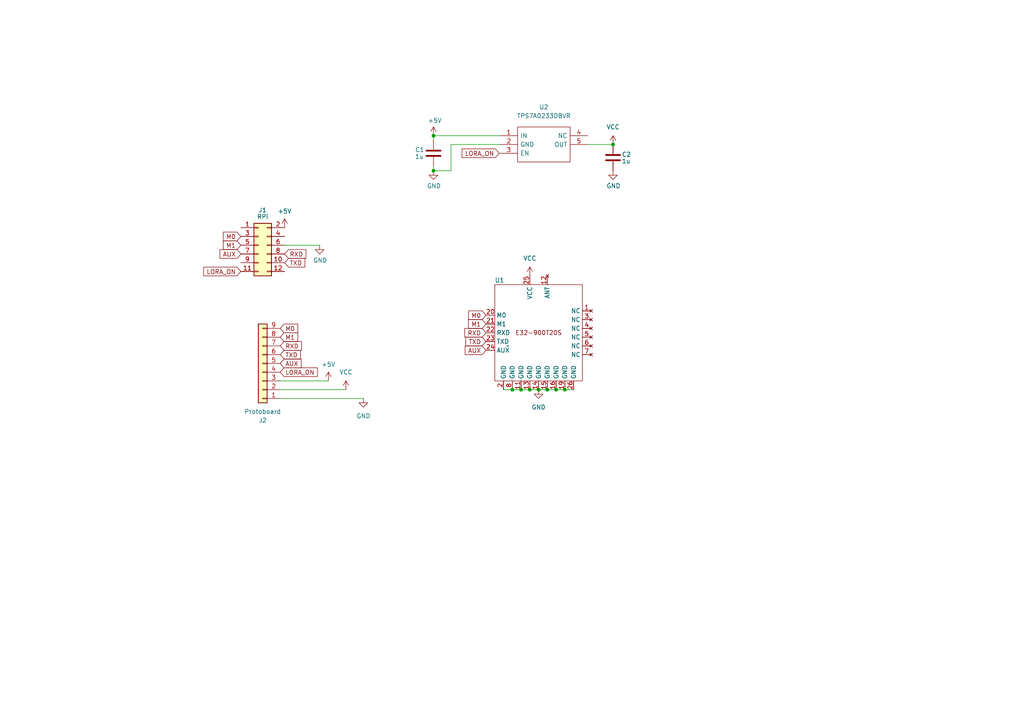
<source format=kicad_sch>
(kicad_sch (version 20230121) (generator eeschema)
  (paper "A4")
  (title_block (title "E32-900T20S Shield"))
  (lib_symbols
    (symbol "Connector_Generic:Conn_01x09" (pin_names (offset 1.016) hide)
      (property "Reference" "J" (at 0 12.7 0))
      (property "Value" "Conn_01x09" (at 0 -12.7 0))
      (symbol "Conn_01x09_1_1"
        (rectangle (start -1.27 -10.033) (end 0 -10.287) (stroke (width 0.1524)))
        (rectangle (start -1.27 -7.493) (end 0 -7.747) (stroke (width 0.1524)))
        (rectangle (start -1.27 -4.953) (end 0 -5.207) (stroke (width 0.1524)))
        (rectangle (start -1.27 -2.413) (end 0 -2.667) (stroke (width 0.1524)))
        (rectangle (start -1.27 0.127) (end 0 -0.127) (stroke (width 0.1524)))
        (rectangle (start -1.27 2.667) (end 0 2.413) (stroke (width 0.1524)))
        (rectangle (start -1.27 5.207) (end 0 4.953) (stroke (width 0.1524)))
        (rectangle (start -1.27 7.747) (end 0 7.493) (stroke (width 0.1524)))
        (rectangle (start -1.27 10.287) (end 0 10.033) (stroke (width 0.1524)))
        (rectangle (start -1.27 11.43) (end 1.27 -11.43) (stroke (width 0.254)) (fill (type background)))
        (pin passive line (at -5.08 10.16 0) (length 3.81) (name "Pin_1") (number "1"))
        (pin passive line (at -5.08 7.62 0) (length 3.81) (name "Pin_2") (number "2"))
        (pin passive line (at -5.08 5.08 0) (length 3.81) (name "Pin_3") (number "3"))
        (pin passive line (at -5.08 2.54 0) (length 3.81) (name "Pin_4") (number "4"))
        (pin passive line (at -5.08 0 0) (length 3.81) (name "Pin_5") (number "5"))
        (pin passive line (at -5.08 -2.54 0) (length 3.81) (name "Pin_6") (number "6"))
        (pin passive line (at -5.08 -5.08 0) (length 3.81) (name "Pin_7") (number "7"))
        (pin passive line (at -5.08 -7.62 0) (length 3.81) (name "Pin_8") (number "8"))
        (pin passive line (at -5.08 -10.16 0) (length 3.81) (name "Pin_9") (number "9"))
      )
    )
    (symbol "Connector_Generic:Conn_02x06_Odd_Even" (pin_names (offset 1.016) hide)
      (property "Reference" "J" (at 1.27 7.62 0))
      (property "Value" "Conn_02x06_Odd_Even" (at 1.27 -10.16 0))
      (symbol "Conn_02x06_Odd_Even_1_1"
        (rectangle (start -1.27 -7.493) (end 0 -7.747) (stroke (width 0.1524)))
        (rectangle (start -1.27 -4.953) (end 0 -5.207) (stroke (width 0.1524)))
        (rectangle (start -1.27 -2.413) (end 0 -2.667) (stroke (width 0.1524)))
        (rectangle (start -1.27 0.127) (end 0 -0.127) (stroke (width 0.1524)))
        (rectangle (start -1.27 2.667) (end 0 2.413) (stroke (width 0.1524)))
        (rectangle (start -1.27 5.207) (end 0 4.953) (stroke (width 0.1524)))
        (rectangle (start -1.27 6.35) (end 3.81 -8.89) (stroke (width 0.254)) (fill (type background)))
        (rectangle (start 3.81 -7.493) (end 2.54 -7.747) (stroke (width 0.1524)))
        (rectangle (start 3.81 -4.953) (end 2.54 -5.207) (stroke (width 0.1524)))
        (rectangle (start 3.81 -2.413) (end 2.54 -2.667) (stroke (width 0.1524)))
        (rectangle (start 3.81 0.127) (end 2.54 -0.127) (stroke (width 0.1524)))
        (rectangle (start 3.81 2.667) (end 2.54 2.413) (stroke (width 0.1524)))
        (rectangle (start 3.81 5.207) (end 2.54 4.953) (stroke (width 0.1524)))
        (pin passive line (at -5.08 5.08 0) (length 3.81) (name "Pin_1") (number "1"))
        (pin passive line (at 7.62 -5.08 180) (length 3.81) (name "Pin_10") (number "10"))
        (pin passive line (at -5.08 -7.62 0) (length 3.81) (name "Pin_11") (number "11"))
        (pin passive line (at 7.62 -7.62 180) (length 3.81) (name "Pin_12") (number "12"))
        (pin passive line (at 7.62 5.08 180) (length 3.81) (name "Pin_2") (number "2"))
        (pin passive line (at -5.08 2.54 0) (length 3.81) (name "Pin_3") (number "3"))
        (pin passive line (at 7.62 2.54 180) (length 3.81) (name "Pin_4") (number "4"))
        (pin passive line (at -5.08 0 0) (length 3.81) (name "Pin_5") (number "5"))
        (pin passive line (at 7.62 0 180) (length 3.81) (name "Pin_6") (number "6"))
        (pin passive line (at -5.08 -2.54 0) (length 3.81) (name "Pin_7") (number "7"))
        (pin passive line (at 7.62 -2.54 180) (length 3.81) (name "Pin_8") (number "8"))
        (pin passive line (at -5.08 -5.08 0) (length 3.81) (name "Pin_9") (number "9"))
      )
    )
    (symbol "Device:C" (pin_numbers hide) (pin_names (offset 0.254))
      (property "Reference" "C" (at 0.635 2.54 0))
      (property "Value" "C" (at 0.635 -2.54 0))
      (symbol "C_0_1"
        (polyline (pts (xy -2.032 -0.762) (xy 2.032 -0.762)) (stroke (width 0.508)))
        (polyline (pts (xy -2.032 0.762) (xy 2.032 0.762)) (stroke (width 0.508)))
      )
      (symbol "C_1_1"
        (pin passive line (at 0 3.81 270) (length 2.794) (name "~") (number "1"))
        (pin passive line (at 0 -3.81 90) (length 2.794) (name "~") (number "2"))
      )
    )
    (symbol "IoT_Modules:E32-900T20S"
      (property "Reference" "U" (at 1.27 1.27 0))
      (symbol "E32-900T20S_0_1"
        (rectangle (start 0 0) (end 25.4 -27.94))
      )
      (symbol "E32-900T20S_1_1"
        (text "E32-900T20S" (at 12.7 -13.97 0) (effects (font (size 1.27 1.27))))
        (pin no_connect line (at 27.94 -7.62 180) (length 2.54) (name "NC") (number "1"))
        (pin power_in line (at 7.62 -30.48 90) (length 2.54) (name "GND") (number "11"))
        (pin no_connect line (at 15.24 2.54 270) (length 2.54) (name "ANT") (number "12"))
        (pin power_in line (at 10.16 -30.48 90) (length 2.54) (name "GND") (number "13"))
        (pin power_in line (at 12.7 -30.48 90) (length 2.54) (name "GND") (number "14"))
        (pin power_in line (at 15.24 -30.48 90) (length 2.54) (name "GND") (number "15"))
        (pin power_in line (at 17.78 -30.48 90) (length 2.54) (name "GND") (number "16"))
        (pin power_in line (at 20.32 -30.48 90) (length 2.54) (name "GND") (number "19"))
        (pin power_in line (at 2.54 -30.48 90) (length 2.54) (name "GND") (number "2"))
        (pin input line (at -2.54 -8.89 0) (length 2.54) (name "M0") (number "20"))
        (pin input line (at -2.54 -11.43 0) (length 2.54) (name "M1") (number "21"))
        (pin input line (at -2.54 -13.97 0) (length 2.54) (name "RXD") (number "22"))
        (pin output line (at -2.54 -16.51 0) (length 2.54) (name "TXD") (number "23"))
        (pin output line (at -2.54 -19.05 0) (length 2.54) (name "AUX") (number "24"))
        (pin power_in line (at 10.16 2.54 270) (length 2.54) (name "VCC") (number "25"))
        (pin power_in line (at 22.86 -30.48 90) (length 2.54) (name "GND") (number "26"))
        (pin no_connect line (at 27.94 -10.16 180) (length 2.54) (name "NC") (number "3"))
        (pin no_connect line (at 27.94 -12.7 180) (length 2.54) (name "NC") (number "4"))
        (pin no_connect line (at 27.94 -15.24 180) (length 2.54) (name "NC") (number "5"))
        (pin no_connect line (at 27.94 -17.78 180) (length 2.54) (name "NC") (number "6"))
        (pin no_connect line (at 27.94 -20.32 180) (length 2.54) (name "NC") (number "7"))
        (pin power_in line (at 5.08 -30.48 90) (length 2.54) (name "GND") (number "8"))
      )
    )
    (symbol "SamacSys_Parts:TPS7A0228PDBVR" (pin_names (offset 0.762))
      (property "Reference" "IC?" (at 12.7 8.3058 0))
      (property "Value" "TPS7A0228PDBVR" (at 12.7 5.7658 0))
      (symbol "TPS7A0228PDBVR_0_0"
        (pin passive line (at 0 0 0) (length 5.08) (name "IN") (number "1"))
        (pin passive line (at 0 -2.54 0) (length 5.08) (name "GND") (number "2"))
        (pin passive line (at 0 -5.08 0) (length 5.08) (name "EN") (number "3"))
        (pin passive line (at 25.4 0 180) (length 5.08) (name "NC") (number "4"))
        (pin passive line (at 25.4 -2.54 180) (length 5.08) (name "OUT") (number "5"))
      )
      (symbol "TPS7A0228PDBVR_0_1"
        (polyline (pts (xy 5.08 2.54) (xy 20.32 2.54) (xy 20.32 -7.62) (xy 5.08 -7.62) (xy 5.08 2.54)) (stroke (width 0.1524)))
      )
    )
    (symbol "power:+5V" (power) (pin_names (offset 0))
      (property "Value" "+5V" (at 0 3.556 0))
      (symbol "+5V_0_1"
        (polyline (pts (xy -0.762 1.27) (xy 0 2.54)))
        (polyline (pts (xy 0 0) (xy 0 2.54)))
        (polyline (pts (xy 0 2.54) (xy 0.762 1.27)))
      )
      (symbol "+5V_1_1"
        (pin power_in line (at 0 0 90) (length 0) hide (name "+5V") (number "1"))
      )
    )
    (symbol "power:GND" (power) (pin_names (offset 0))
      (property "Value" "GND" (at 0 -3.81 0))
      (symbol "GND_0_1"
        (polyline (pts (xy 0 0) (xy 0 -1.27) (xy 1.27 -1.27) (xy 0 -2.54) (xy -1.27 -1.27) (xy 0 -1.27)))
      )
      (symbol "GND_1_1"
        (pin power_in line (at 0 0 270) (length 0) hide (name "GND") (number "1"))
      )
    )
    (symbol "power:VCC" (power) (pin_names (offset 0))
      (property "Value" "VCC" (at 0 3.81 0))
      (symbol "VCC_0_1"
        (polyline (pts (xy -0.762 1.27) (xy 0 2.54)))
        (polyline (pts (xy 0 0) (xy 0 2.54)))
        (polyline (pts (xy 0 2.54) (xy 0.762 1.27)))
      )
      (symbol "VCC_1_1"
        (pin power_in line (at 0 0 90) (length 0) hide (name "VCC") (number "1"))
      )
    )
  )
  (junction (at 161.29 113.03))
  (junction (at 148.59 113.03))
  (junction (at 125.73 39.37))
  (junction (at 177.8 41.91))
  (junction (at 156.21 113.03))
  (junction (at 153.67 113.03))
  (junction (at 163.83 113.03))
  (junction (at 125.73 49.53))
  (junction (at 151.13 113.03))
  (junction (at 158.75 113.03))
  (wire (pts (xy 125.73 39.37) (xy 145.034 39.37)))
  (wire (pts (xy 125.73 49.53) (xy 130.81 49.53)))
  (wire (pts (xy 81.28 113.03) (xy 100.33 113.03)))
  (wire (pts (xy 148.59 113.03) (xy 151.13 113.03)))
  (wire (pts (xy 125.73 39.37) (xy 125.73 40.64)))
  (wire (pts (xy 146.05 113.03) (xy 148.59 113.03)))
  (wire (pts (xy 163.83 113.03) (xy 166.37 113.03)))
  (wire (pts (xy 81.28 115.57) (xy 105.41 115.57)))
  (wire (pts (xy 82.55 71.12) (xy 92.71 71.12)))
  (wire (pts (xy 156.21 113.03) (xy 158.75 113.03)))
  (wire (pts (xy 130.81 41.91) (xy 145.034 41.91)))
  (wire (pts (xy 151.13 113.03) (xy 153.67 113.03)))
  (wire (pts (xy 125.73 48.26) (xy 125.73 49.53)))
  (wire (pts (xy 170.434 41.91) (xy 177.8 41.91)))
  (wire (pts (xy 161.29 113.03) (xy 163.83 113.03)))
  (wire (pts (xy 130.81 41.91) (xy 130.81 49.53)))
  (wire (pts (xy 153.67 113.03) (xy 156.21 113.03)))
  (wire (pts (xy 81.28 110.49) (xy 95.25 110.49)))
  (wire (pts (xy 144.78 44.45) (xy 145.034 44.45)))
  (wire (pts (xy 158.75 113.03) (xy 161.29 113.03)))
  (global_label "AUX" (shape input) (at 69.85 73.66 180) (property "Intersheetrefs" "${INTERSHEET_REFS}" (effects hide)))
  (global_label "AUX" (shape input) (at 140.97 101.6 180) (property "Intersheetrefs" "${INTERSHEET_REFS}" (effects hide)))
  (global_label "RXD" (shape input) (at 140.97 96.52 180) (property "Intersheetrefs" "${INTERSHEET_REFS}" (effects hide)))
  (global_label "M0" (shape input) (at 140.97 91.44 180) (property "Intersheetrefs" "${INTERSHEET_REFS}" (effects hide)))
  (global_label "LORA_ON" (shape input) (at 144.78 44.45 180) (property "Intersheetrefs" "${INTERSHEET_REFS}" (effects hide)))
  (global_label "M1" (shape input) (at 140.97 93.98 180) (property "Intersheetrefs" "${INTERSHEET_REFS}" (effects hide)))
  (global_label "M0" (shape input) (at 81.28 95.25 0) (property "Intersheetrefs" "${INTERSHEET_REFS}" (effects hide)))
  (global_label "M1" (shape input) (at 81.28 97.79 0) (property "Intersheetrefs" "${INTERSHEET_REFS}" (effects hide)))
  (global_label "LORA_ON" (shape input) (at 69.85 78.74 180) (property "Intersheetrefs" "${INTERSHEET_REFS}" (effects hide)))
  (global_label "LORA_ON" (shape input) (at 81.28 107.95 0) (property "Intersheetrefs" "${INTERSHEET_REFS}" (effects hide)))
  (global_label "M1" (shape input) (at 69.85 71.12 180) (property "Intersheetrefs" "${INTERSHEET_REFS}" (effects hide)))
  (global_label "TXD" (shape input) (at 81.28 102.87 0) (property "Intersheetrefs" "${INTERSHEET_REFS}" (effects hide)))
  (global_label "RXD" (shape input) (at 82.55 73.66 0) (property "Intersheetrefs" "${INTERSHEET_REFS}" (effects hide)))
  (global_label "TXD" (shape input) (at 82.55 76.2 0) (property "Intersheetrefs" "${INTERSHEET_REFS}" (effects hide)))
  (global_label "RXD" (shape input) (at 81.28 100.33 0) (property "Intersheetrefs" "${INTERSHEET_REFS}" (effects hide)))
  (global_label "M0" (shape input) (at 69.85 68.58 180) (property "Intersheetrefs" "${INTERSHEET_REFS}" (effects hide)))
  (global_label "AUX" (shape input) (at 81.28 105.41 0) (property "Intersheetrefs" "${INTERSHEET_REFS}" (effects hide)))
  (global_label "TXD" (shape input) (at 140.97 99.06 180) (property "Intersheetrefs" "${INTERSHEET_REFS}" (effects hide)))
  (symbol (lib_id "power:GND") (at 105.41 115.57 0) (unit 1)
    (property "Reference" "#PWR05" (effects hide))
    (property "Value" "GND" (at 105.41 120.65 0))
  )
  (symbol (lib_id "power:VCC") (at 100.33 113.03 0) (unit 1)
    (property "Reference" "#PWR04" (effects hide))
    (property "Value" "VCC" (at 100.33 107.95 0))
  )
  (symbol (lib_id "power:GND") (at 177.8 49.53 0) (unit 1)
    (property "Reference" "#PWR011" (effects hide))
    (property "Value" "GND" (at 177.927 53.9242 0))
  )
  (symbol (lib_id "Device:C") (at 125.73 44.45 0) (unit 1)
    (property "Reference" "C1" (at 120.396 43.434 0) (effects (justify left)))
    (property "Value" "1u" (at 120.3452 45.4152 0) (effects (justify left)))
    (property "Footprint" "Capacitor_SMD:C_0805_2012Metric" (effects hide))
  )
  (symbol (lib_id "power:GND") (at 125.73 49.53 0) (unit 1)
    (property "Reference" "#PWR07" (effects hide))
    (property "Value" "GND" (at 125.857 53.9242 0))
  )
  (symbol (lib_id "power:VCC") (at 177.8 41.91 0) (unit 1)
    (property "Reference" "#PWR010" (effects hide))
    (property "Value" "VCC" (at 177.8 36.83 0))
  )
  (symbol (lib_id "Connector_Generic:Conn_01x09") (at 76.2 105.41 180) (unit 1)
    (property "Reference" "J2" (at 76.2 121.92 0))
    (property "Value" "Protoboard" (at 76.2 119.38 0))
    (property "Footprint" "Connector_PinHeader_2.54mm:PinHeader_1x09_P2.54mm_Horizontal" (effects hide))
  )
  (symbol (lib_id "power:+5V") (at 95.25 110.49 0) (unit 1)
    (property "Reference" "#PWR03" (effects hide))
    (property "Value" "+5V" (at 95.25 105.7148 0))
  )
  (symbol (lib_id "Connector_Generic:Conn_02x06_Odd_Even") (at 74.93 71.12 0) (unit 1)
    (property "Reference" "J1" (at 76.2 60.96 0))
    (property "Value" "RPi" (at 76.2 62.8396 0))
    (property "Footprint" "Connector_PinSocket_2.54mm:PinSocket_2x06_P2.54mm_Vertical" (effects hide))
  )
  (symbol (lib_id "power:GND") (at 156.21 113.03 0) (unit 1)
    (property "Reference" "#PWR09" (effects hide))
    (property "Value" "GND" (at 156.21 118.11 0))
  )
  (symbol (lib_id "SamacSys_Parts:TPS7A0228PDBVR") (at 145.034 39.37 0) (unit 1)
    (property "Reference" "U2" (at 157.734 31.0642 0))
    (property "Value" "TPS7A0233DBVR" (at 157.734 33.6042 0))
    (property "Footprint" "SamacSys:SOT95P280X145-5N" (effects hide))
    (property "Datasheet" "https://www.ti.com/lit/gpn/TPS7A02" (effects hide))
    (property "Description" "LDO Voltage Regulators 200-mA, nanopower-IQ (25 nA), low-dropout (LDO) voltage regulator with enable 5-SOT-23 -40 to 125" (effects hide))
    (property "Height" "1.45" (effects hide))
    (property "Manufacturer_Name" "Texas Instruments" (effects hide))
    (property "Manufacturer_Part_Number" "TPS7A0233DBVR" (effects hide))
    (property "Mouser Part Number" "595-TPS7A0233DBVR" (effects hide))
    (property "Mouser Price/Stock" "https://br.mouser.com/ProductDetail/Texas-Instruments/TPS7A0233DBVR?qs=QNEnbhJQKvZidySW4FDctA%3D%3D" (effects hide))
  )
  (symbol (lib_id "IoT_Modules:E32-900T20S") (at 143.51 82.55 0) (unit 1)
    (property "Reference" "U1" (at 143.51 81.28 0) (effects (justify left)))
    (property "Value" "~" (at 147.32 100.33 0))
    (property "Footprint" "IoT_Modules:E32-900T20S" (effects hide))
  )
  (symbol (lib_id "Device:C") (at 177.8 45.72 0) (unit 1)
    (property "Reference" "C2" (at 180.34 44.8056 0) (effects (justify left)))
    (property "Value" "1u" (at 180.34 46.736 0) (effects (justify left)))
    (property "Footprint" "Capacitor_SMD:C_0805_2012Metric" (effects hide))
  )
  (symbol (lib_id "power:+5V") (at 82.55 66.04 0) (unit 1)
    (property "Reference" "#PWR01" (effects hide))
    (property "Value" "+5V" (at 82.55 61.2648 0))
  )
  (symbol (lib_id "power:GND") (at 92.71 71.12 0) (unit 1)
    (property "Reference" "#PWR02" (effects hide))
    (property "Value" "GND" (at 92.837 75.5142 0))
  )
  (symbol (lib_id "power:+5V") (at 125.73 39.37 0) (unit 1)
    (property "Reference" "#PWR06" (effects hide))
    (property "Value" "+5V" (at 126.111 34.9758 0))
  )
  (symbol (lib_id "power:VCC") (at 153.67 80.01 0) (unit 1)
    (property "Reference" "#PWR08" (effects hide))
    (property "Value" "VCC" (at 153.67 74.93 0))
  )
)
</source>
